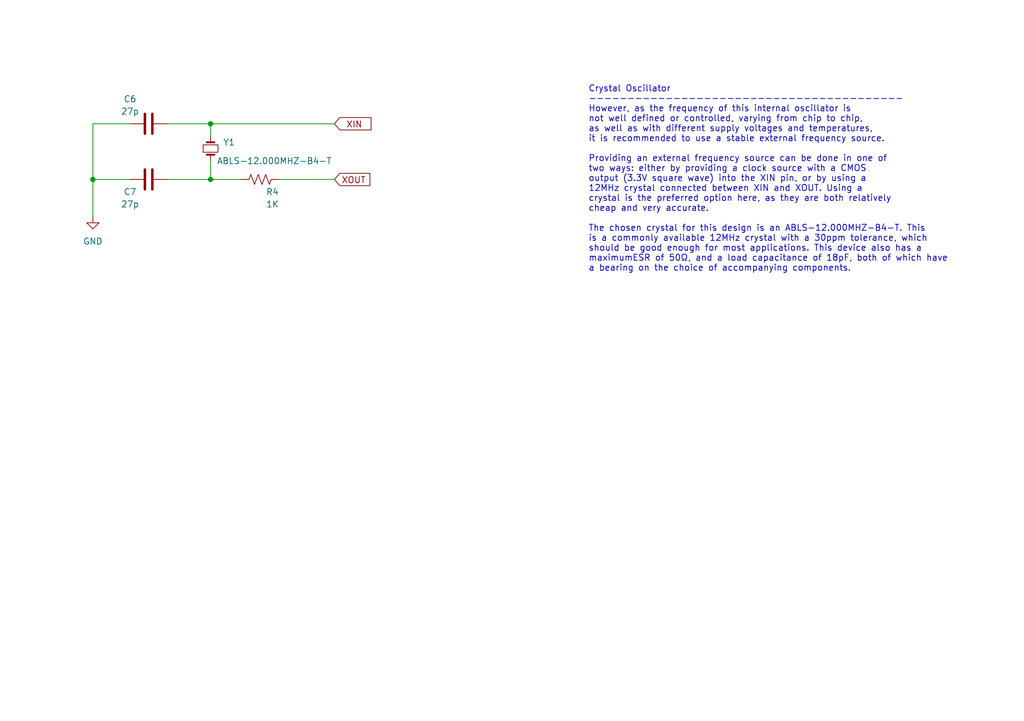
<source format=kicad_sch>
(kicad_sch (version 20230121) (generator eeschema)
  (paper "A5")
  (lib_symbols
    (symbol "Device:C" (pin_numbers hide) (pin_names (offset 0.254))
      (property "Reference" "C" (at 0.635 2.54 0))
      (property "Value" "C" (at 0.635 -2.54 0))
      (symbol "C_0_1"
        (polyline (pts (xy -2.032 -0.762) (xy 2.032 -0.762)) (stroke (width 0.508)))
        (polyline (pts (xy -2.032 0.762) (xy 2.032 0.762)) (stroke (width 0.508)))
      )
      (symbol "C_1_1"
        (pin passive line (at 0 3.81 270) (length 2.794) (name "~") (number "1"))
        (pin passive line (at 0 -3.81 90) (length 2.794) (name "~") (number "2"))
      )
    )
    (symbol "Device:Crystal_Small" (pin_numbers hide) (pin_names (offset 1.016) hide)
      (property "Reference" "Y" (at 0 2.54 0))
      (property "Value" "Crystal_Small" (at 0 -2.54 0))
      (symbol "Crystal_Small_0_1"
        (rectangle (start -0.762 -1.524) (end 0.762 1.524))
        (polyline (pts (xy -1.27 -0.762) (xy -1.27 0.762)) (stroke (width 0.381)))
        (polyline (pts (xy 1.27 -0.762) (xy 1.27 0.762)) (stroke (width 0.381)))
      )
      (symbol "Crystal_Small_1_1"
        (pin passive line (at -2.54 0 0) (length 1.27) (name "1") (number "1"))
        (pin passive line (at 2.54 0 180) (length 1.27) (name "2") (number "2"))
      )
    )
    (symbol "Device:R_US" (pin_numbers hide) (pin_names (offset 0))
      (property "Reference" "R" (at 2.54 0 90))
      (property "Value" "R_US" (at -2.54 0 90))
      (symbol "R_US_0_1"
        (polyline (pts (xy 0 -2.286) (xy 0 -2.54)))
        (polyline (pts (xy 0 2.286) (xy 0 2.54)))
        (polyline (pts (xy 0 -0.762) (xy 1.016 -1.143) (xy 0 -1.524) (xy -1.016 -1.905) (xy 0 -2.286)))
        (polyline (pts (xy 0 0.762) (xy 1.016 0.381) (xy 0 0) (xy -1.016 -0.381) (xy 0 -0.762)))
        (polyline (pts (xy 0 2.286) (xy 1.016 1.905) (xy 0 1.524) (xy -1.016 1.143) (xy 0 0.762)))
      )
      (symbol "R_US_1_1"
        (pin passive line (at 0 3.81 270) (length 1.27) (name "~") (number "1"))
        (pin passive line (at 0 -3.81 90) (length 1.27) (name "~") (number "2"))
      )
    )
    (symbol "power:GND" (power) (pin_names (offset 0))
      (property "Value" "GND" (at 0 -3.81 0))
      (symbol "GND_0_1"
        (polyline (pts (xy 0 0) (xy 0 -1.27) (xy 1.27 -1.27) (xy 0 -2.54) (xy -1.27 -1.27) (xy 0 -1.27)))
      )
      (symbol "GND_1_1"
        (pin power_in line (at 0 0 270) (length 0) hide (name "GND") (number "1"))
      )
    )
  )
  (junction (at 19.05 36.83))
  (junction (at 43.18 36.83))
  (junction (at 43.18 25.4))
  (wire (pts (xy 57.15 36.83) (xy 68.58 36.83)))
  (wire (pts (xy 43.18 25.4) (xy 68.58 25.4)))
  (wire (pts (xy 34.29 25.4) (xy 43.18 25.4)))
  (wire (pts (xy 43.18 25.4) (xy 43.18 27.94)))
  (wire (pts (xy 19.05 36.83) (xy 19.05 25.4)))
  (wire (pts (xy 43.18 33.02) (xy 43.18 36.83)))
  (wire (pts (xy 19.05 44.45) (xy 19.05 36.83)))
  (wire (pts (xy 19.05 36.83) (xy 26.67 36.83)))
  (wire (pts (xy 43.18 36.83) (xy 49.53 36.83)))
  (wire (pts (xy 19.05 25.4) (xy 26.67 25.4)))
  (wire (pts (xy 34.29 36.83) (xy 43.18 36.83)))
  (text "Crystal Oscillator\n-----------------------------------------\nHowever, as the frequency of this internal oscillator is \nnot well defined or controlled, varying from chip to chip, \nas well as with different supply voltages and temperatures, \nit is recommended to use a stable external frequency source.\n\nProviding an external frequency source can be done in one of \ntwo ways: either by providing a clock source with a CMOS\noutput (3.3V square wave) into the XIN pin, or by using a \n12MHz crystal connected between XIN and XOUT. Using a\ncrystal is the preferred option here, as they are both relatively \ncheap and very accurate.\n\nThe chosen crystal for this design is an ABLS-12.000MHZ-B4-T. This \nis a commonly available 12MHz crystal with a 30ppm tolerance, which \nshould be good enough for most applications. This device also has a \nmaximumESR of 50Ω, and a load capacitance of 18pF, both of which have \na bearing on the choice of accompanying components." (at 120.65 55.88 0) (effects (font (size 1.27 1.27)) (justify left bottom)))
  (global_label "XOUT" (shape input) (at 68.58 36.83 0) (property "Intersheetrefs" "${INTERSHEET_REFS}" (effects hide)))
  (global_label " XIN " (shape input) (at 68.58 25.4 0) (property "Intersheetrefs" "${INTERSHEET_REFS}" (effects hide)))
  (symbol (lib_id "power:GND") (at 19.05 44.45 0) (unit 1)
    (property "Reference" "#PWR09" (effects hide))
    (property "Value" "GND" (at 19.05 49.53 0))
  )
  (symbol (lib_id "Device:Crystal_Small") (at 43.18 30.48 90) (unit 1)
    (property "Reference" "Y1" (at 45.72 29.21 90) (effects (justify right)))
    (property "Value" "ABLS-12.000MHZ-B4-T" (at 44.45 33.02 90) (effects (justify right)))
  )
  (symbol (lib_id "Device:C") (at 30.48 25.4 270) (unit 1)
    (property "Reference" "C6" (at 26.67 20.32 90))
    (property "Value" "27p" (at 26.67 22.86 90))
  )
  (symbol (lib_id "Device:C") (at 30.48 36.83 270) (unit 1)
    (property "Reference" "C7" (at 26.67 39.37 90))
    (property "Value" "27p" (at 26.67 41.91 90))
  )
  (symbol (lib_id "Device:R_US") (at 53.34 36.83 90) (unit 1)
    (property "Reference" "R4" (at 55.88 39.37 90))
    (property "Value" "1K" (at 55.88 41.91 90))
  )
)
</source>
